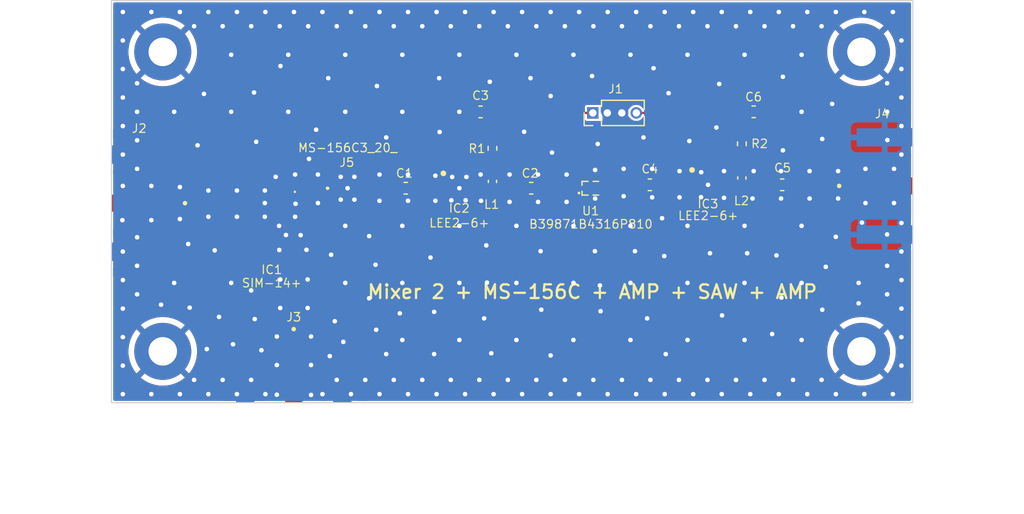
<source format=kicad_pcb>
(kicad_pcb (version 20211014) (generator pcbnew)
  (layers (0 "F.Cu" signal) (31 "B.Cu" signal) (34 "B.Paste" user) (35 "F.Paste" user) (36 "B.SilkS" user "B.Silkscreen") (37 "F.SilkS" user "F.Silkscreen") (38 "B.Mask" user) (39 "F.Mask" user) (44 "Edge.Cuts" user))
  (net 0 "")
  (net 1 "/MS_out")
  (net 2 "/amp1_in")
  (net 3 "/amp1_out")
  (net 4 "/SAW_in")
  (net 5 "GND")
  (net 6 "/Vdd_amp1")
  (net 7 "/SAW_out")
  (net 8 "/amp2_in")
  (net 9 "/amp2_out")
  (net 10 "/RF_out")
  (net 11 "/Vdd_amp2")
  (net 12 "/IF")
  (net 13 "/RF")
  (net 14 "/LO")
  (net 15 "/DC1")
  (net 16 "/DC2")
  (footprint "Mixer_2_Library:B39871B4316P810" (layer "F.Cu") (at 171.5 81.7)
    (fp_text reference "U1")
    (fp_text value "B39871B4316P810")
  )
  (footprint "MountingHole:MountingHole_2.5mm_Pad" (layer "F.Cu") (at 195.25 69.75)
    (fp_text reference "H2" hide)
    (fp_text value "M2.5")
  )
  (footprint "Capacitor_SMD:C_0603_1608Metric_Pad1.08x0.95mm_HandSolder" (layer "F.Cu") (at 155.3 81.7)
    (fp_text reference "C1")
    (fp_text value "2400 pF")
  )
  (footprint "Capacitor_SMD:C_0603_1608Metric_Pad1.08x0.95mm_HandSolder" (layer "F.Cu") (at 185.8 75 180)
    (fp_text reference "C6")
    (fp_text value "0.1 uF")
  )
  (footprint "Resistor_SMD:R_0402_1005Metric_Pad0.72x0.64mm_HandSolder" (layer "F.Cu") (at 184.7625 77.8 -90)
    (fp_text reference "R2")
    (fp_text value "88.7")
  )
  (footprint "Capacitor_SMD:C_0603_1608Metric_Pad1.08x0.95mm_HandSolder" (layer "F.Cu") (at 188.3 81.4)
    (fp_text reference "C5")
    (fp_text value "2400 pF")
  )
  (footprint "Inductor_SMD:L_0402_1005Metric_Pad0.77x0.64mm_HandSolder" (layer "F.Cu") (at 184.7625 80.8 -90)
    (fp_text reference "L2")
    (fp_text value "120 nH")
  )
  (footprint "SamacSys_Parts:MS156C320" (layer "F.Cu") (at 150.2 81.7)
    (fp_text reference "J5")
    (fp_text value "MS-156C3_20_")
  )
  (footprint "Capacitor_SMD:C_0603_1608Metric_Pad1.08x0.95mm_HandSolder" (layer "F.Cu") (at 166.3 81.7)
    (fp_text reference "C2")
    (fp_text value "2400 pF")
  )
  (footprint "Connector_PinHeader_1.27mm:PinHeader_1x04_P1.27mm_Vertical" (layer "F.Cu") (at 171.7 75.1 90)
    (fp_text reference "J1")
    (fp_text value "Conn_01x04")
  )
  (footprint "GGS_Connectors:LINX_CONSMA020.062-G" (layer "F.Cu") (at 129.5075 83.01 -90)
    (fp_text reference "J2")
    (fp_text value "SMA")
  )
  (footprint "MountingHole:MountingHole_2.5mm_Pad" (layer "F.Cu") (at 134 69.75)
    (fp_text reference "H1" hide)
    (fp_text value "M2.5")
  )
  (footprint "MountingHole:MountingHole_2.5mm_Pad" (layer "F.Cu") (at 195.25 96)
    (fp_text reference "H4" hide)
    (fp_text value "M2.5")
  )
  (footprint "SamacSys_Parts:SON65P200X200X105-7N" (layer "F.Cu") (at 181.8 81.4)
    (fp_text reference "IC3")
    (fp_text value "LEE2-6+")
  )
  (footprint "SamacSys_Parts:SIM14" (layer "F.Cu") (at 143.58 85.07 180)
    (fp_text reference "IC1")
    (fp_text value "SIM-14+")
  )
  (footprint "Capacitor_SMD:C_0603_1608Metric_Pad1.08x0.95mm_HandSolder" (layer "F.Cu") (at 176.7 81.4)
    (fp_text reference "C4")
    (fp_text value "2400 pF")
  )
  (footprint "GGS_Connectors:LINX_CONSMA020.062-G" (layer "F.Cu") (at 199.7325 81.5 90)
    (fp_text reference "J4")
    (fp_text value "SMA")
  )
  (footprint "Resistor_SMD:R_0402_1005Metric_Pad0.72x0.64mm_HandSolder" (layer "F.Cu") (at 162.9 78.2 -90)
    (fp_text reference "R1")
    (fp_text value "88.7")
  )
  (footprint "GGS_Connectors:LINX_CONSMA020.062-G" (layer "F.Cu") (at 145.48 100.4925)
    (fp_text reference "J3")
    (fp_text value "SMA")
  )
  (footprint "Capacitor_SMD:C_0603_1608Metric_Pad1.08x0.95mm_HandSolder" (layer "F.Cu") (at 161.86 75.01)
    (fp_text reference "C3")
    (fp_text value "0.1 uF")
  )
  (footprint "Inductor_SMD:L_0402_1005Metric_Pad0.77x0.64mm_HandSolder" (layer "F.Cu") (at 162.9 81.1 -90)
    (fp_text reference "L1")
    (fp_text value "120 nH")
  )
  (footprint "MountingHole:MountingHole_2.5mm_Pad" (layer "F.Cu") (at 134 96)
    (fp_text reference "H3" hide)
    (fp_text value "M2.5")
  )
  (footprint "SamacSys_Parts:SON65P200X200X105-7N" (layer "F.Cu") (at 160 81.7)
    (fp_text reference "IC2")
    (fp_text value "LEE2-6+")
  )
  (gr_rect (start 129.5 100.5) (end 199.75 65.25) (layer "Edge.Cuts") (width 0.1) (fill none))
  (gr_text "Mixer 2 + MS-156C + AMP + SAW + AMP" (at 171.66 90.78) (layer "F.SilkS") (effects (font (size 1.2 1.2) (thickness 0.2))))
  (segment (start 154.396095 81.658595) (end 151.74 81.658595) (width 0.843788) (layer "F.Cu") (net 1))
  (segment (start 154.4375 81.7) (end 154.396095 81.658595) (width 0.843788) (layer "F.Cu") (net 1))
  (segment (start 156.1625 81.7) (end 158.23 81.7) (width 0.843788) (layer "F.Cu") (net 2))
  (segment (start 165.4375 81.7) (end 161.77 81.7) (width 0.843788) (layer "F.Cu") (net 3))
  (segment (start 165.2625 81.7) (end 165.230489 81.732011) (width 0.665) (layer "F.Cu") (net 3))
  (segment (start 167.1625 81.7) (end 170.69 81.7) (width 0.843788) (layer "F.Cu") (net 4))
  (segment (start 180.7 80.3) (end 180.72 80.28) (width 0.843788) (layer "F.Cu") (net 5))
  (segment (start 130.18 76.74) (end 130.58 76.74) (width 0.843788) (layer "F.Cu") (net 5))
  (segment (start 182.34 80.41) (end 182.42 80.33) (width 0.843788) (layer "F.Cu") (net 5))
  (segment (start 198.38 86.73) (end 194.72 86.73) (width 0.843788) (layer "F.Cu") (net 5))
  (segment (start 150.62 83.38) (end 151.23 83.38) (width 0.843788) (layer "F.Cu") (net 5))
  (segment (start 142.945 85.5) (end 142.05 85.5) (width 0.843788) (layer "F.Cu") (net 5))
  (segment (start 134.39 77.72) (end 134.7 78.03) (width 0.843788) (layer "F.Cu") (net 5))
  (segment (start 178.11 77.56) (end 179.2 77.56) (width 0.843788) (layer "F.Cu") (net 5))
  (segment (start 198.75 78.75) (end 198.75 78.7075) (width 0.843788) (layer "F.Cu") (net 5))
  (segment (start 149.74 95.81) (end 149.26 95.33) (width 0.843788) (layer "F.Cu") (net 5))
  (segment (start 157.9 82.8) (end 158.8 82.8) (width 0.843788) (layer "F.Cu") (net 5))
  (segment (start 158.27 78.77) (end 159.64 80.14) (width 0.843788) (layer "F.Cu") (net 5))
  (segment (start 198.75 78.7075) (end 197.52125 77.47875) (width 0.843788) (layer "F.Cu") (net 5))
  (segment (start 171.23 83.24) (end 172.07 82.4) (width 0.843788) (layer "F.Cu") (net 5))
  (segment (start 130.18 80.6) (end 130.18 79.5) (width 0.843788) (layer "F.Cu") (net 5))
  (segment (start 142.945 85.5) (end 142.5 85.5) (width 0.843788) (layer "F.Cu") (net 5))
  (segment (start 140.83 87.79) (end 141.05 88.01) (width 0.843788) (layer "F.Cu") (net 5))
  (segment (start 140.83 86.44) (end 141.505 87.115) (width 0.843788) (layer "F.Cu") (net 5))
  (segment (start 131.9575 87.27) (end 131.9575 86.6275) (width 0.843788) (layer "F.Cu") (net 5))
  (segment (start 131.9575 78.75) (end 131.89 78.75) (width 0.843788) (layer "F.Cu") (net 5))
  (segment (start 143.82 85.5) (end 144.268595 85.948595) (width 0.843788) (layer "F.Cu") (net 5))
  (segment (start 171.58 80.1) (end 171.9 80.1) (width 0.843788) (layer "F.Cu") (net 5))
  (segment (start 198.75 87.25) (end 198.38 86.88) (width 0.843788) (layer "F.Cu") (net 5))
  (segment (start 180 85) (end 181.81 85) (width 0.843788) (layer "F.Cu") (net 5))
  (segment (start 159.37 80.71) (end 160.62 80.71) (width 0.843788) (layer "F.Cu") (net 5))
  (segment (start 131.89 78.75) (end 131.02 77.88) (width 0.843788) (layer "F.Cu") (net 5))
  (segment (start 145.64 83.06) (end 145.64 82.91) (width 0.843788) (layer "F.Cu") (net 5))
  (segment (start 131.43 86.1) (end 134.21 86.1) (width 0.843788) (layer "F.Cu") (net 5))
  (segment (start 144.215 87.115) (end 144.215 88.425) (width 0.843788) (layer "F.Cu") (net 5))
  (segment (start 141.53 85.5) (end 140.83 86.2) (width 0.843788) (layer "F.Cu") (net 5))
  (segment (start 143.51 87.78) (end 143.65 87.78) (width 0.843788) (layer "F.Cu") (net 5))
  (segment (start 160 83.31) (end 159.45 82.76) (width 0.843788) (layer "F.Cu") (net 5))
  (segment (start 145.43 85.27) (end 145.43 85.29) (width 0.843788) (layer "F.Cu") (net 5))
  (segment (start 149.375 82.825) (end 149.16 83.04) (width 0.843788) (layer "F.Cu") (net 5))
  (segment (start 183 82.5) (end 182.96 82.54) (width 0.843788) (layer "F.Cu") (net 5))
  (segment (start 148.61 83.04) (end 148.91 83.34) (width 0.843788) (layer "F.Cu") (net 5))
  (segment (start 198.75 78.75) (end 197.88 78.75) (width 0.843788) (layer "F.Cu") (net 5))
  (segment (start 144.215 87.115) (end 144.215 86.00219) (width 0.843788) (layer "F.Cu") (net 5))
  (segment (start 170.31 80.6) (end 171.08 80.6) (width 0.843788) (layer "F.Cu") (net 5))
  (segment (start 180.93 77.56) (end 183.68 80.31) (width 0.843788) (layer "F.Cu") (net 5))
  (segment (start 148.91 83.34) (end 149.75 83.34) (width 0.843788) (layer "F.Cu") (net 5))
  (segment (start 182.36 82.48) (end 182.35 82.47) (width 0.843788) (layer "F.Cu") (net 5))
  (segment (start 173.66 75.53) (end 174.03 75.9) (width 0.843788) (layer "F.Cu") (net 5))
  (segment (start 179.3 80.3) (end 180.7 80.3) (width 0.843788) (layer "F.Cu") (net 5))
  (segment (start 146.58 85.29) (end 146.37 85.5) (width 0.843788) (layer "F.Cu") (net 5))
  (segment (start 142.63 88.08) (end 143.21 88.08) (width 0.843788) (layer "F.Cu") (net 5))
  (segment (start 187.46 74.58) (end 187.12 74.24) (width 0.843788) (layer "F.Cu") (net 5))
  (segment (start 131.9575 86.6275) (end 131.43 86.1) (width 0.843788) (layer "F.Cu") (net 5))
  (segment (start 171.825 81.985) (end 171.5 82.31) (width 0.25) (layer "F.Cu") (net 5))
  (segment (start 130.17 88.97) (end 130.17 88.41) (width 0.843788) (layer "F.Cu") (net 5))
  (segment (start 171.7 83.24) (end 171.23 83.24) (width 0.843788) (layer "F.Cu") (net 5))
  (segment (start 134.7 78.03) (end 134.7 79.6) (width 0.843788) (layer "F.Cu") (net 5))
  (segment (start 140.08 99.13) (end 140.08 95.53) (width 0.843788) (layer "F.Cu") (net 5))
  (segment (start 130.18 78.43) (end 130.5 78.75) (width 0.843788) (layer "F.Cu") (net 5))
  (segment (start 149.16 83.04) (end 148.61 83.04) (width 0.843788) (layer "F.Cu") (net 5))
  (segment (start 194.59 86.72) (end 194.59 84.71) (width 0.843788) (layer "F.Cu") (net 5))
  (segment (start 198.38 86.88) (end 198.38 86.73) (width 0.843788) (layer "F.Cu") (net 5))
  (segment (start 195.29 84.71) (end 198.71 84.71) (width 0.843788) (layer "F.Cu") (net 5))
  (segment (start 149.74 98.0525) (end 149.74 95.81) (width 0.843788) (layer "F.Cu") (net 5))
  (segment (start 159.48 80.6) (end 157.9 80.6) (width 0.843788) (layer "F.Cu") (net 5))
  (segment (start 197.88 78.75) (end 197.39 78.26) (width 0.843788) (layer "F.Cu") (net 5))
  (segment (start 142.5 84.27) (end 142.52 84.29) (width 0.843788) (layer "F.Cu") (net 5))
  (segment (start 150.86 95.72) (end 150.86 99.39) (width 0.843788) (layer "F.Cu") (net 5))
  (segment (start 158.8 82.8) (end 159 83) (width 0.843788) (layer "F.Cu") (net 5))
  (segment (start 142.21 95.35) (end 142.21 99.51) (width 0.843788) (layer "F.Cu") (net 5))
  (segment (start 141.875 87.115) (end 142.38 86.61) (width 0.843788) (layer "F.Cu") (net 5))
  (segment (start 141.85 84.85) (end 140.77 84.85) (width 0.843788) (layer "F.Cu") (net 5))
  (segment (start 160.335 74.665) (end 160.27 74.6) (width 0.843788) (layer "F.Cu") (net 5))
  (segment (start 146.37 86.1) (end 146.085 85.815) (width 0.843788) (layer "F.Cu") (net 5))
  (segment (start 171.62 82.8) (end 171.88 83.06) (width 0.843788) (layer "F.Cu") (net 5))
  (segment (start 172.31 81.985) (end 171.62 81.985) (width 0.25) (layer "F.Cu") (net 5))
  (segment (start 179.12 82.5) (end 179.3 82.5) (width 0.843788) (layer "F.Cu") (net 5))
  (segment (start 140.93 84.27) (end 142.5 84.27) (width 0.843788) (layer "F.Cu") (net 5))
  (segment (start 186.6625 75) (end 187.15 75) (width 0.843788) (layer "F.Cu") (net 5))
  (segment (start 169.45 78.08) (end 169.45 79.74) (width 0.843788) (layer "F.Cu") (net 5))
  (segment (start 180 77.56) (end 182.87 80.43) (width 0.843788) (layer "F.Cu") (net 5))
  (segment (start 181.46 80.15) (end 181.2 80.41) (width 0.843788) (layer "F.Cu") (net 5))
  (segment (start 130.5 76.42) (end 130.18 76.74) (width 0.843788) (layer "F.Cu") (net 5))
  (segment (start 161.9 82.8) (end 161.44 82.8) (width 0.843788) (layer "F.Cu") (net 5))
  (segment (start 151.525 80.575) (end 151.8 80.3) (width 0.843788) (layer "F.Cu") (net 5))
  (segment (start 162.5 82.8) (end 161.9 82.8) (width 0.843788) (layer "F.Cu") (net 5))
  (segment (start 140.82 84.27) (end 140.93 84.27) (width 0.843788) (layer "F.Cu") (net 5))
  (segment (start 143.21 88.08) (end 143.51 87.78) (width 0.843788) (layer "F.Cu") (net 5))
  (segment (start 134.21 86.1) (end 134.72 86.61) (width 0.843788) (layer "F.Cu") (net 5))
  (segment (start 131.9575 87.27) (end 131.91 87.27) (width 0.843788) (layer "F.Cu") (net 5))
  (segment (start 142.38 86.61) (end 143.62 86.61) (width 0.843788) (layer "F.Cu") (net 5))
  (segment (start 160 85) (end 160 83.31) (width 0.843788) (layer "F.Cu") (net 5))
  (segment (start 182.99 80.31) (end 182.87 80.43) (width 0.843788) (layer "F.Cu") (net 5))
  (segment (start 130.5 89.75) (end 130.5 89.3) (width 0.843788) (layer "F.Cu") (net 5))
  (segment (start 178.11 77.56) (end 178.11 79.11) (width 0.843788) (layer "F.Cu") (net 5))
  (segment (start 183.68 80.31) (end 182.99 80.31) (width 0.843788) (layer "F.Cu") (net 5))
  (segment (start 145.64 82.91) (end 146.63 82.91) (width 0.843788) (layer "F.Cu") (net 5))
  (segment (start 144.268595 85.948595) (end 146.37 85.948595) (width 0.843788) (layer "F.Cu") (net 5))
  (segment (start 146.04 84.66) (end 146.04 83.82) (width 0.843788) (layer "F.Cu") (net 5))
  (segment (start 140.5 99.75) (end 140.5 99.55) (width 0.843788) (layer "F.Cu") (net 5))
  (segment (start 150.2 82.89) (end 150.2 82.49) (width 0.843788) (layer "F.Cu") (net 5))
  (segment (start 171.88 83.06) (end 171.7 83.24) (width 0.843788) (layer "F.Cu") (net 5))
  (segment (start 130.35 79.67) (end 130.18 79.5) (width 0.843788) (layer "F.Cu") (net 5))
  (segment (start 145.485 83.455) (end 145.64 83.3) (width 0.843788) (layer "F.Cu") (net 5))
  (segment (start 134.72 86.61) (end 134.72 88.13) (width 0.843788) (layer "F.Cu") (net 5))
  (segment (start 155 85) (end 155.26 85) (width 0.843788) (layer "F.Cu") (net 5))
  (segment (start 130.17 88.41) (end 130.17 87.58) (width 0.843788) (layer "F.Cu") (net 5))
  (segment (start 198.69 76.19) (end 198.75 76.25) (width 0.843788) (layer "F.Cu") (net 5))
  (segment (start 198.71 84.71) (end 198.75 84.75) (width 0.843788) (layer "F.Cu") (net 5))
  (segment (start 180 84.84) (end 182.36 82.48) (width 0.843788) (layer "F.Cu") (net 5))
  (segment (start 145.43 85.29) (end 146.58 85.29) (width 0.843788) (layer "F.Cu") (net 5))
  (segment (start 143.65 87.78) (end 143.95 88.08) (width 0.843788) (layer "F.Cu") (net 5))
  (segment (start 158.27 76.76) (end 158.27 76.77) (width 0.843788) (layer "F.Cu") (net 5))
  (segment (start 130.58 76.74) (end 131.9575 78.1175) (width 0.843788) (layer "F.Cu") (net 5))
  (segment (start 131.9575 78.1175) (end 131.9575 78.75) (width 0.843788) (layer "F.Cu") (net 5))
  (segment (start 159 83) (end 161.24 83) (width 0.843788) (layer "F.Cu") (net 5))
  (segment (start 157.9 80.6) (end 157.8 80.6) (width 0.843788) (layer "F.Cu") (net 5))
  (segment (start 131.9575 78.75) (end 131.9575 78.2525) (width 0.843788) (layer "F.Cu") (net 5))
  (segment (start 140.76 84.86) (end 140.77 84.85) (width 0.843788) (layer "F.Cu") (net 5))
  (segment (start 130.5 89.3) (end 130.17 88.97) (width 0.843788) (layer "F.Cu") (net 5))
  (segment (start 160.65 80.68) (end 160.83 80.5) (width 0.843788) (layer "F.Cu") (net 5))
  (segment (start 151.23 83.38) (end 151.61 83) (width 0.843788) (layer "F.Cu") (net 5))
  (segment (start 150.2 82.49) (end 150.62 82.91) (width 0.843788) (layer "F.Cu") (net 5))
  (segment (start 172.97 75.1) (end 173.33 74.74) (width 0.843788) (layer "F.Cu") (net 5))
  (segment (start 160.68 75.01) (end 160.335 74.665) (width 0.843788) (layer "F.Cu") (net 5))
  (segment (start 149.26 95.33) (end 148.91 95.33) (width 0.843788) (layer "F.Cu") (net 5))
  (segment (start 171.08 80.6) (end 171.31 80.37) (width 0.843788) (layer "F.Cu") (net 5))
  (segment (start 160.45 75.77) (end 160.63 75.77) (width 0.843788) (layer "F.Cu") (net 5))
  (segment (start 180.56 82.54) (end 181.13 82.54) (width 0.843788) (layer "F.Cu") (net 5))
  (segment (start 178.11 79.11) (end 179.3 80.3) (width 0.843788) (layer "F.Cu") (net 5))
  (segment (start 142.95 81.631212) (end 142.95 81.41) (width 0.843788) (layer "F.Cu") (net 5))
  (segment (start 150.3 95.26) (end 150.4 95.26) (width 0.843788) (layer "F.Cu") (net 5))
  (segment (start 141.675 87.115) (end 141.505 87.115) (width 0.843788) (layer "F.Cu") (net 5))
  (segment (start 198.75 87.25) (end 198.8 87.25) (width 0.843788) (layer "F.Cu") (net 5))
  (segment (start 172.97 75.1) (end 173.54 75.67) (width 0.843788) (layer "F.Cu") (net 5))
  (segment (start 170.18 82.8) (end 171.62 82.8) (width 0.843788) (layer "F.Cu") (net 5))
  (segment (start 173.3 82.4) (end 173.32 82.42) (width 0.843788) (layer "F.Cu") (net 5))
  (segment (start 147.1 99.82) (end 152.05 99.82) (width 0.843788) (layer "F.Cu") (net 5))
  (segment (start 148.64 96.42) (end 148.64 99.8) (width 0.843788) (layer "F.Cu") (net 5))
  (segment (start 146.59 85.28) (end 146.59 85.21) (width 0.843788) (layer "F.Cu") (net 5))
  (segment (start 144.215 86.00219) (end 144.268595 85.948595) (width 0.843788) (layer "F.Cu") (net 5))
  (segment (start 146.59 85.21) (end 146.04 84.66) (width 0.843788) (layer "F.Cu") (net 5))
  (segment (start 197.52125 77.47875) (end 197.2825 77.24) (width 0.843788) (layer "F.Cu") (net 5))
  (segment (start 181.13 82.54) (end 181.185 82.485) (width 0.843788) (layer "F.Cu") (net 5))
  (segment (start 174.19 75.15) (end 173.66 75.15) (width 0.843788) (layer "F.Cu") (net 5))
  (segment (start 142.945 85.5) (end 143.2 85.5) (width 0.843788) (layer "F.Cu") (net 5))
  (segment (start 187.11 75) (end 187.46 74.65) (width 0.843788) (layer "F.Cu") (net 5))
  (segment (start 173.79 74.65) (end 173.79 74.42) (width 0.843788) (layer "F.Cu") (net 5))
  (segment (start 134.7 79.6) (end 134.63 79.67) (width 0.843788) (layer "F.Cu") (net 5))
  (segment (start 198.75 78.75) (end 199.07 78.75) (width 0.843788) (layer "F.Cu") (net 5))
  (segment (start 150.62 82.91) (end 150.62 83.38) (width 0.843788) (layer "F.Cu") (net 5))
  (segment (start 174.24 75.1) (end 174.19 75.15) (width 0.843788) (layer "F.Cu") (net 5))
  (segment (start 146.04 83.82) (end 146.06 83.8) (width 0.843788) (layer "F.Cu") (net 5))
  (segment (start 153 99.75) (end 152.12 99.75) (width 0.843788) (layer "F.Cu") (net 5))
  (segment (start 199.07 84.07) (end 199.01 84.01) (width 0.843788) (layer "F.Cu") (net 5))
  (segment (start 181.46 79.82) (end 181.46 80.15) (width 0.843788) (layer "F.Cu") (net 5))
  (segment (start 142.63 87.97) (end 142.63 88.08) (width 0.843788) (layer "F.Cu") (net 5))
  (segment (start 169.45 79.74) (end 170.31 80.6) (width 0.843788) (layer "F.Cu") (net 5))
  (segment (start 142.945 82.955) (end 142.945 81.636212) (width 0.843788) (layer "F.Cu") (net 5))
  (segment (start 173.54 75.67) (end 173.54 76.05) (width 0.843788) (layer "F.Cu") (net 5))
  (segment (start 160.62 74.25) (end 160.27 74.6) (width 0.843788) (layer "F.Cu") (net 5))
  (segment (start 130.5 76.25) (end 130.5 77.21) (width 0.843788) (layer "F.Cu") (net 5))
  (segment (start 149.74 95.82) (end 150.3 95.26) (width 0.843788) (layer "F.Cu") (net 5))
  (segment (start 194.6 76.19) (end 198.69 76.19) (width 0.843788) (layer "F.Cu") (net 5))
  (segment (start 199.07 87.52) (end 199.07 84.07) (width 0.843788) (layer "F.Cu") (net 5))
  (segment (start 194.59 78.26) (end 194.59 76.2) (width 0.843788) (layer "F.Cu") (net 5))
  (segment (start 130.18 86.44) (end 130.21 86.47) (width 0.843788) (layer "F.Cu") (net 5))
  (segment (start 180.52 82.5) (end 180.56 82.54) (width 0.843788) (layer "F.Cu") (net 5))
  (segment (start 197.39 78.26) (end 194.59 78.26) (width 0.843788) (layer "F.Cu") (net 5))
  (segment (start 160.55 82.76) (end 160.56 82.77) (width 0.843788) (layer "F.Cu") (net 5))
  (segment (start 194.72 86.73) (end 194.66 86.79) (width 0.843788) (layer "F.Cu") (net 5))
  (segment (start 131.9575 78.2525) (end 132.49 77.72) (width 0.843788) (layer "F.Cu") (net 5))
  (segment (start 171.31 80.37) (end 171.58 80.1) (width 0.843788) (layer "F.Cu") (net 5))
  (segment (start 130.18 79.07) (end 130.5 78.75) (width 0.843788) (layer "F.Cu") (net 5))
  (segment (start 194.66 86.79) (end 194.59 86.72) (width 0.843788) (layer "F.Cu") (net 5))
  (segment (start 187.15 75.8) (end 187.12 75.8) (width 0.843788) (layer "F.Cu") (net 5))
  (segment (start 171.5 81.865) (end 171.5 81.09) (width 0.25) (layer "F.Cu") (net 5))
  (segment (start 150.32 80.33) (end 148.54 80.33) (width 0.843788) (layer "F.Cu") (net 5))
  (segment (start 159.64 80.44) (end 159.37 80.71) (width 0.843788) (layer "F.Cu") (net 5))
  (segment (start 180 85) (end 180 84.84) (width 0.843788) (layer "F.Cu") (net 5))
  (segment (start 144.7 85.5) (end 142.945 85.5) (width 0.843788) (layer "F.Cu") (net 5))
  (segment (start 149.75 83.34) (end 150.2 82.89) (width 0.843788) (layer "F.Cu") (net 5))
  (segment (start 138 99.75) (end 138.08 99.83) (width 0.843788) (layer "F.Cu") (net 5))
  (segment (start 146.37 85.5) (end 146.37 86.1) (width 0.843788) (layer "F.Cu") (net 5))
  (segment (start 130.18 79.5) (end 130.18 79.07) (width 0.843788) (layer "F.Cu") (net 5))
  (segment (start 199.07 78.75) (end 199.08 78.76) (width 0.843788) (layer "F.Cu") (net 5))
  (segment (start 146.58 85.29) (end 146.59 85.28) (width 0.843788) (layer "F.Cu") (net 5))
  (segment (start 172.97 75.1) (end 173.26 74.81) (width 0.843788) (layer "F.Cu") (net 5))
  (segment (start 194.59 84.71) (end 195.29 84.71) (width 0.843788) (layer "F.Cu") (net 5))
  (segment (start 184.31 82.5) (end 183 82.5) (width 0.843788) (layer "F.Cu") (net 5))
  (segment (start 131.91 87.27) (end 130.18 85.54) (width 0.843788) (layer "F.Cu") (net 5))
  (segment (start 186.6625 75) (end 187.11 75) (width 0.843788) (layer "F.Cu") (net 5))
  (segment (start 170 82.98) (end 170.18 82.8) (width 0.843788) (layer "F.Cu") (net 5))
  (segment (start 150.86 99.39) (end 150.5 99.75) (width 0.843788) (layer "F.Cu") (net 5))
  (segment (start 180.16 77.56) (end 180.93 77.56) (width 0.843788) (layer "F.Cu") (net 5))
  (segment (start 173.3 82.4) (end 172.07 82.4) (width 0.843788) (layer "F.Cu") (net 5))
  (segment (start 187.15 75) (end 187.55 75.4) (width 0.843788) (layer "F.Cu") (net 5))
  (segment (start 158.27 76.77) (end 158.27 78.77) (width 0.843788) (layer "F.Cu") (net 5))
  (segment (start 159.64 80.44) (end 159.48 80.6) (width 0.843788) (layer "F.Cu") (net 5))
  (segment (start 146.63 82.91) (end 146.66 82.94) (width 0.843788) (layer "F.Cu") (net 5))
  (segment (start 171.5 82.31) (end 171.5 81.09) (width 0.25) (layer "F.Cu") (net 5))
  (segment (start 160.67 75.01) (end 160.18 75.5) (width 0.843788) (layer "F.Cu") (net 5))
  (segment (start 155.26 85) (end 157.46 82.8) (width 0.843788) (layer "F.Cu") (net 5))
  (segment (start 180 83.38) (end 179.12 82.5) (width 0.843788) (layer "F.Cu") (net 5))
  (segment (start 160.62 80.71) (end 160.65 80.68) (width 0.843788) (layer "F.Cu") (net 5))
  (segment (start 144.215 87.115) (end 141.675 87.115) (width 0.843788) (layer "F.Cu") (net 5))
  (segment (start 194.59 76.2) (end 194.6 76.19) (width 0.843788) (layer "F.Cu") (net 5))
  (segment (start 134.72 88.13) (end 134.44 88.41) (width 0.843788) (layer "F.Cu") (net 5))
  (segment (start 145.77 85.5) (end 144.7 85.5) (width 0.843788) (layer "F.Cu") (net 5))
  (segment (start 140.5 99.55) (end 140.08 99.13) (width 0.843788) (layer "F.Cu") (net 5))
  (segment (start 170 85) (end 170 82.98) (width 0.843788) (layer "F.Cu") (net 5))
  (segment (start 178.11 77.56) (end 180.16 77.56) (width 0.843788) (layer "F.Cu") (net 5))
  (segment (start 199.08 78.76) (end 199.08 75.58) (width 0.843788) (layer "F.Cu") (net 5))
  (segment (start 151.8 80.3) (end 150.35 80.3) (width 0.843788) (layer "F.Cu") (net 5))
  (segment (start 148.64 99.8) (end 148.63 99.81) (width 0.843788) (layer "F.Cu") (net 5))
  (segment (start 171.62 81.985) (end 171.5 81.865) (width 0.25) (layer "F.Cu") (net 5))
  (segment (start 151.025 80.575) (end 151.525 80.575) (width 0.843788) (layer "F.Cu") (net 5))
  (segment (start 172.31 81.985) (end 171.825 81.985) (width 0.25) (layer "F.Cu") (net 5))
  (segment (start 144.215 88.425) (end 144.21 88.43) (width 0.843788) (layer "F.Cu") (net 5))
  (segment (start 140.26 95.35) (end 142.21 95.35) (width 0.843788) (layer "F.Cu") (net 5))
  (segment (start 145.23 85.07) (end 145.43 85.27) (width 0.843788) (layer "F.Cu") (net 5))
  (segment (start 160.18 75.5) (end 160.45 75.77) (width 0.843788) (layer "F.Cu") (net 5))
  (segment (start 142.945 83.455) (end 142.945 82.955) (width 0.843788) (layer "F.Cu") (net 5))
  (segment (start 142.21 99.51) (end 141.89 99.83) (width 0.843788) (layer "F.Cu") (net 5))
  (segment (start 142.5 85.5) (end 141.85 84.85) (width 0.843788) (layer "F.Cu") (net 5))
  (segment (start 150.5 99.75) (end 153 99.75) (width 0.843788) (layer "F.Cu") (net 5))
  (segment (start 159.64 80.14) (end 159.64 80.44) (width 0.843788) (layer "F.Cu") (net 5))
  (segment (start 181.81 85) (end 184.31 82.5) (width 0.843788) (layer "F.Cu") (net 5))
  (segment (start 130.17 87.58) (end 130.5 87.25) (width 0.843788) (layer "F.Cu") (net 5))
  (segment (start 140.83 86.2) (end 140.83 86.44) (width 0.843788) (layer "F.Cu") (net 5))
  (segment (start 140.08 95.53) (end 140.26 95.35) (width 0.843788) (layer "F.Cu") (net 5))
  (segment (start 142.29 87.63) (end 142.63 87.97) (width 0.843788) (layer "F.Cu") (net 5))
  (segment (start 187.46 74.65) (end 187.46 74.58) (width 0.843788) (layer "F.Cu") (net 5))
  (segment (start 142.945 83.455) (end 142.945 84.455) (width 0.843788) (layer "F.Cu") (net 5))
  (segment (start 160.83 80.5) (end 161.86 80.5) (width 0.843788) (layer "F.Cu") (net 5))
  (segment (start 150.35 80.3) (end 150.32 80.33) (width 0.843788) (layer "F.Cu") (net 5))
  (segment (start 143.2 85.5) (end 143.82 85.5) (width 0.843788) (layer "F.Cu") (net 5))
  (segment (start 160.9975 75.01) (end 160.67 75.01) (width 0.843788) (layer "F.Cu") (net 5))
  (segment (start 142.945 81.636212) (end 142.95 81.631212) (width 0.843788) (layer "F.Cu") (net 5))
  (segment (start 173.26 74.81) (end 173.26 74.23) (width 0.843788) (layer "F.Cu") (net 5))
  (segment (start 149.74 98.0525) (end 149.74 95.82) (width 0.843788) (layer "F.Cu") (net 5))
  (segment (start 141.505 87.115) (end 140.83 87.79) (width 0.843788) (layer "F.Cu") (net 5))
  (segment (start 152.05 99.82) (end 152.12 99.75) (width 0.843788) (layer "F.Cu") (net 5))
  (segment (start 142.92 99.83) (end 143 99.75) (width 0.843788) (layer "F.Cu") (net 5))
  (segment (start 161.44 82.8) (end 161.24 83) (width 0.843788) (layer "F.Cu") (net 5))
  (segment (start 134.63 79.67) (end 130.35 79.67) (width 0.843788) (layer "F.Cu") (net 5))
  (segment (start 141.675 87.115) (end 141.875 87.115) (width 0.843788) (layer "F.Cu") (net 5))
  (segment (start 171.9 80.1) (end 172.39 80.1) (width 0.843788) (layer "F.Cu") (net 5))
  (segment (start 159.45 82.76) (end 160.55 82.76) (width 0.843788) (layer "F.Cu") (net 5))
  (segment (start 182.35 82.47) (end 181.2 82.47) (width 0.843788) (layer "F.Cu") (net 5))
  (segment (start 198.8 87.25) (end 199.07 87.52) (width 0.843788) (layer "F.Cu") (net 5))
  (segment (start 141.91 88.01) (end 142.29 87.63) (width 0.843788) (layer "F.Cu") (net 5))
  (segment (start 150.4 95.26) (end 150.86 95.72) (width 0.843788) (layer "F.Cu") (net 5))
  (segment (start 181.185 82.485) (end 181.2 82.47) (width 0.843788) (layer "F.Cu") (net 5))
  (segment (start 174.24 75.1) (end 173.79 74.65) (width 0.843788) (layer "F.Cu") (net 5))
  (segment (start 148.64 95.6) (end 148.64 96.42) (width 0.843788) (layer "F.Cu") (net 5))
  (segment (start 146.085 85.815) (end 145.77 85.5) (width 0.843788) (layer "F.Cu") (net 5))
  (segment (start 150.2 81.7) (end 150.2 82.49) (width 0.843788) (layer "F.Cu") (net 5))
  (segment (start 130.18 85.54) (end 130.18 86.44) (width 0.843788) (layer "F.Cu") (net 5))
  (segment (start 142.945 85.5) (end 141.53 85.5) (width 0.843788) (layer "F.Cu") (net 5))
  (segment (start 132.49 77.72) (end 134.39 77.72) (width 0.843788) (layer "F.Cu") (net 5))
  (segment (start 141.05 88.01) (end 141.91 88.01) (width 0.843788) (layer "F.Cu") (net 5))
  (segment (start 199.08 75.58) (end 198.92 75.42) (width 0.843788) (layer "F.Cu") (net 5))
  (segment (start 179.2 77.56) (end 181.46 79.82) (width 0.843788) (layer "F.Cu") (net 5))
  (segment (start 150.2 80.91) (end 150.2 81.7) (width 0.843788) (layer "F.Cu") (net 5))
  (segment (start 138.08 99.83) (end 141.89 99.83) (width 0.843788) (layer "F.Cu") (net 5))
  (segment (start 181.2 80.41) (end 182.34 80.41) (width 0.843788) (layer "F.Cu") (net 5))
  (segment (start 130.5 76.25) (end 130.5 76.42) (width 0.843788) (layer "F.Cu") (net 5))
  (segment (start 142.945 84.455) (end 142.945 85.5) (width 0.843788) (layer "F.Cu") (net 5))
  (segment (start 157.46 82.8) (end 157.9 82.8) (width 0.843788) (layer "F.Cu") (net 5))
  (segment (start 142.05 85.5) (end 140.82 84.27) (width 0.843788) (layer "F.Cu") (net 5))
  (segment (start 160.9975 75.01) (end 160.68 75.01) (width 0.843788) (layer "F.Cu") (net 5))
  (segment (start 141.89 99.83) (end 142.92 99.83) (width 0.843788) (layer "F.Cu") (net 5))
  (segment (start 130.43 77.86) (end 130.72 77.57) (width 0.843788) (layer "F.Cu") (net 5))
  (segment (start 148.91 95.33) (end 148.64 95.6) (width 0.843788) (layer "F.Cu") (net 5))
  (segment (start 134.44 88.41) (end 130.17 88.41) (width 0.843788) (layer "F.Cu") (net 5))
  (segment (start 187.55 75.4) (end 187.15 75.8) (width 0.843788) (layer "F.Cu") (net 5))
  (segment (start 179.3 82.5) (end 180.52 82.5) (width 0.843788) (layer "F.Cu") (net 5))
  (segment (start 173.66 75.15) (end 173.66 75.53) (width 0.843788) (layer "F.Cu") (net 5))
  (segment (start 145.64 83.3) (end 145.64 83.06) (width 0.843788) (layer "F.Cu") (net 5))
  (segment (start 130.18 76.74) (end 130.18 78.43) (width 0.843788) (layer "F.Cu") (net 5))
  (via (at 197.5 91) (size 0.8) (drill 0.4) (layers "F.Cu" "B.Cu") (net 5))
  (via (at 142 73.31) (size 0.8) (drill 0.4) (layers "F.Cu" "B.Cu") (net 5))
  (via (at 149.6 80.7) (size 0.8) (drill 0.4) (layers "F.Cu" "B.Cu") (net 5))
  (via (at 164.25 67.5) (size 0.8) (drill 0.4) (layers "F.Cu" "B.Cu") (net 5))
  (via (at 157.79 92.54) (size 0.8) (drill 0.4) (layers "F.Cu" "B.Cu") (net 5))
  (via (at 171.75 98.5) (size 0.8) (drill 0.4) (layers "F.Cu" "B.Cu") (net 5))
  (via (at 169.4 82.9) (size 0.8) (drill 0.4) (layers "F.Cu" "B.Cu") (net 5))
  (via (at 137.86 95.8) (size 0.8) (drill 0.4) (layers "F.Cu" "B.Cu") (net 5))
  (via (at 155.5 80.5) (size 0.8) (drill 0.4) (layers "F.Cu" "B.Cu") (net 5))
  (via (at 168 96.36) (size 0.8) (drill 0.4) (layers "F.Cu" "B.Cu") (net 5))
  (via (at 198.1 80) (size 0.8) (drill 0.4) (layers "F.Cu" "B.Cu") (net 5))
  (via (at 160.55 82.76) (size 0.8) (drill 0.4) (layers "F.Cu" "B.Cu") (net 5))
  (via (at 185.7 82.6) (size 0.8) (drill 0.4) (layers "F.Cu" "B.Cu") (net 5))
  (via (at 178.34 73.37) (size 0.8) (drill 0.4) (layers "F.Cu" "B.Cu") (net 5))
  (via (at 176.9 80) (size 0.8) (drill 0.4) (layers "F.Cu" "B.Cu") (net 5))
  (via (at 197.5 85.75) (size 0.8) (drill 0.4) (layers "F.Cu" "B.Cu") (net 5))
  (via (at 182.78 72.56) (size 0.8) (drill 0.4) (layers "F.Cu" "B.Cu") (net 5))
  (via (at 168 66.25) (size 0.8) (drill 0.4) (layers "F.Cu" "B.Cu") (net 5))
  (via (at 155.5 82.8) (size 0.8) (drill 0.4) (layers "F.Cu" "B.Cu") (net 5))
  (via (at 178.09 96.24) (size 0.8) (drill 0.4) (layers "F.Cu" "B.Cu") (net 5))
  (via (at 166.9 82.9) (size 0.8) (drill 0.4) (layers "F.Cu" "B.Cu") (net 5))
  (via (at 198 99.75) (size 0.8) (drill 0.4) (layers "F.Cu" "B.Cu") (net 5))
  (via (at 176.9 82.5) (size 0.8) (drill 0.4) (layers "F.Cu" "B.Cu") (net 5))
  (via (at 133 84.5) (size 0.8) (drill 0.4) (layers "F.Cu" "B.Cu") (net 5))
  (via (at 143.9 80.7) (size 0.8) (drill 0.4) (layers "F.Cu" "B.Cu") (net 5))
  (via (at 142.65 95.9) (size 0.8) (drill 0.4) (layers "F.Cu" "B.Cu") (net 5))
  (via (at 169.25 67.5) (size 0.8) (drill 0.4) (layers "F.Cu" "B.Cu") (net 5))
  (via (at 155 95) (size 0.8) (drill 0.4) (layers "F.Cu" "B.Cu") (net 5))
  (via (at 130.5 92.25) (size 0.8) (drill 0.4) (layers "F.Cu" "B.Cu") (net 5))
  (via (at 195.5 66.25) (size 0.8) (drill 0.4) (layers "F.Cu" "B.Cu") (net 5))
  (via (at 144.3 89.7) (size 0.8) (drill 0.4) (layers "F.Cu" "B.Cu") (net 5))
  (via (at 198.75 89.75) (size 0.8) (drill 0.4) (layers "F.Cu" "B.Cu") (net 5))
  (via (at 159.25 98.5) (size 0.8) (drill 0.4) (layers "F.Cu" "B.Cu") (net 5))
  (via (at 144.32 70.99) (size 0.8) (drill 0.4) (layers "F.Cu" "B.Cu") (net 5))
  (via (at 130.5 97.25) (size 0.8) (drill 0.4) (layers "F.Cu" "B.Cu") (net 5))
  (via (at 137.05 77.94) (size 0.8) (drill 0.4) (layers "F.Cu" "B.Cu") (net 5))
  (via (at 160 81.7) (size 0.8) (drill 0.4) (layers "F.Cu" "B.Cu") (net 5))
  (via (at 140.5 81.9) (size 0.8) (drill 0.4) (layers "F.Cu" "B.Cu") (net 5))
  (via (at 147.45 76.57) (size 0.8) (drill 0.4) (layers "F.Cu" "B.Cu") (net 5))
  (via (at 181.2 80.3) (size 0.8) (drill 0.4) (layers "F.Cu" "B.Cu") (net 5))
  (via (at 167.18 92.35) (size 0.8) (drill 0.4) (layers "F.Cu" "B.Cu") (net 5))
  (via (at 190 95) (size 0.8) (drill 0.4) (layers "F.Cu" "B.Cu") (net 5))
  (via (at 165 95) (size 0.8) (drill 0.4) (layers "F.Cu" "B.Cu") (net 5))
  (via (at 164.4 82.9) (size 0.8) (drill 0.4) (layers "F.Cu" "B.Cu") (net 5))
  (via (at 145.6 84.2) (size 0.8) (drill 0.4) (layers "F.Cu" "B.Cu") (net 5))
  (via (at 146.6 87.1) (size 0.8) (drill 0.4) (layers "F.Cu" "B.Cu") (net 5))
  (via (at 155.5 99.75) (size 0.8) (drill 0.4) (layers "F.Cu" "B.Cu") (net 5))
  (via (at 153 99.75) (size 0.8) (drill 0.4) (layers "F.Cu" "B.Cu") (net 5))
  (via (at 149.25 98.5) (size 0.8) (drill 0.4) (layers "F.Cu" "B.Cu") (net 5))
  (via (at 195.6 80) (size 0.8) (drill 0.4) (layers "F.Cu" "B.Cu") (net 5))
  (via (at 136.23 86.59) (size 0.8) (drill 0.4) (layers "F.Cu" "B.Cu") (net 5))
  (via (at 188.2 82.6) (size 0.8) (drill 0.4) (layers "F.Cu" "B.Cu") (net 5))
  (via (at 180.5 66.25) (size 0.8) (drill 0.4) (layers "F.Cu" "B.Cu") (net 5))
  (via (at 183 66.25) (size 0.8) (drill 0.4) (layers "F.Cu" "B.Cu") (net 5))
  (via (at 159.37 80.71) (size 0.8) (drill 0.4) (layers "F.Cu" "B.Cu") (net 5))
  (via (at 153.59 96.24) (size 0.8) (drill 0.4) (layers "F.Cu" "B.Cu") (net 5))
  (via (at 188.36 78.38) (size 0.8) (drill 0.4) (layers "F.Cu" "B.Cu") (net 5))
  (via (at 140 70) (size 0.8) (drill 0.4) (layers "F.Cu" "B.Cu") (net 5))
  (via (at 180 70) (size 0.8) (drill 0.4) (layers "F.Cu" "B.Cu") (net 5))
  (via (at 177.96 87.65) (size 0.8) (drill 0.4) (layers "F.Cu" "B.Cu") (net 5))
  (via (at 168 99.75) (size 0.8) (drill 0.4) (layers "F.Cu" "B.Cu") (net 5))
  (via (at 191.75 67.5) (size 0.8) (drill 0.4) (layers "F.Cu" "B.Cu") (net 5))
  (via (at 181.185 82.485) (size 0.8) (drill 0.4) (layers "F.Cu" "B.Cu") (net 5))
  (via (at 138.93 92.98) (size 0.8) (drill 0.4) (layers "F.Cu" "B.Cu") (net 5))
  (via (at 192.68 74.31) (size 0.8) (drill 0.4) (layers "F.Cu" "B.Cu") (net 5))
  (via (at 171.9 80.1) (size 0.8) (drill 0.4) (layers "F.Cu" "B.Cu") (net 5))
  (via (at 198.75 73.75) (size 0.8) (drill 0.4) (layers "F.Cu" "B.Cu") (net 5))
  (via (at 193 99.75) (size 0.8) (drill 0.4) (layers "F.Cu" "B.Cu") (net 5))
  (via (at 191.75 98.5) (size 0.8) (drill 0.4) (layers "F.Cu" "B.Cu") (net 5))
  (via (at 131.75 88.5) (size 0.8) (drill 0.4) (layers "F.Cu" "B.Cu") (net 5))
  (via (at 172.38 92.48) (size 0.8) (drill 0.4) (layers "F.Cu" "B.Cu") (net 5))
  (via (at 193.2 82.6) (size 0.8) (drill 0.4) (layers "F.Cu" "B.Cu") (net 5))
  (via (at 165 85) (size 0.8) (drill 0.4) (layers "F.Cu" "B.Cu") (net 5))
  (via (at 173 99.75) (size 0.8) (drill 0.4) (layers "F.Cu" "B.Cu") (net 5))
  (via (at 170 85) (size 0.8) (drill 0.4) (layers "F.Cu" "B.Cu") (net 5))
  (via (at 130.5 99.75) (size 0.8) (drill 0.4) (layers "F.Cu" "B.Cu") (net 5))
  (via (at 147 94.7) (size 0.8) (drill 0.4) (layers "F.Cu" "B.Cu") (net 5))
  (via (at 135 90) (size 0.8) (drill 0.4) (layers "F.Cu" "B.Cu") (net 5))
  (via (at 150.5 99.75) (size 0.8) (drill 0.4) (layers "F.Cu" "B.Cu") (net 5))
  (via (at 165 90) (size 0.8) (drill 0.4) (layers "F.Cu" "B.Cu") (net 5))
  (via (at 149.08 93.36) (size 0.8) (drill 0.4) (layers "F.Cu" "B.Cu") (net 5))
  (via (at 195 91.79) (size 0.8) (drill 0.4) (layers "F.Cu" "B.Cu") (net 5))
  (via (at 133.85 91.91) (size 0.8) (drill 0.4) (layers "F.Cu" "B.Cu") (net 5))
  (via (at 190.5 99.75) (size 0.8) (drill 0.4) (layers "F.Cu" "B.Cu") (net 5))
  (via (at 190 75) (size 0.8) (drill 0.4) (layers "F.Cu" "B.Cu") (net 5))
  (via (at 142.95 81.9) (size 0.8) (drill 0.4) (layers "F.Cu" "B.Cu") (net 5))
  (via (at 155 75) (size 0.8) (drill 0.4) (layers "F.Cu" "B.Cu") (net 5))
  (via (at 144.3 92.2) (size 0.8) (drill 0.4) (layers "F.Cu" "B.Cu") (net 5))
  (via (at 143 99.75) (size 0.8) (drill 0.4) (layers "F.Cu" "B.Cu") (net 5))
  (via (at 150 90) (size 0.8) (drill 0.4) (layers "F.Cu" "B.Cu") (net 5))
  (via (at 195 90) (size 0.8) (drill 0.4) (layers "F.Cu" "B.Cu") (net 5))
  (via (at 165 70) (size 0.8) (drill 0.4) (layers "F.Cu" "B.Cu") (net 5))
  (via (at 174.4 80) (size 0.8) (drill 0.4) (layers "F.Cu" "B.Cu") (net 5))
  (via (at 170 95) (size 0.8) (drill 0.4) (layers "F.Cu" "B.Cu") (net 5))
  (via (at 178 66.25) (size 0.8) (drill 0.4) (layers "F.Cu" "B.Cu") (net 5))
  (via (at 135.5 66.25) (size 0.8) (drill 0.4) (layers "F.Cu" "B.Cu") (net 5))
  (via (at 166.75 98.5) (size 0.8) (drill 0.4) (layers "F.Cu" "B.Cu") (net 5))
  (via (at 175.5 66.25) (size 0.8) (drill 0.4) (layers "F.Cu" "B.Cu") (net 5))
  (via (at 175 90) (size 0.8) (drill 0.4) (layers "F.Cu" "B.Cu") (net 5))
  (via (at 180 95) (size 0.8) (drill 0.4) (layers "F.Cu" "B.Cu") (net 5))
  (via (at 169.4 80.5) (size 0.8) (drill 0.4) (layers "F.Cu" "B.Cu") (net 5))
  (via (at 162.42 89.97) (size 0.8) (drill 0.4) (layers "F.Cu" "B.Cu") (net 5))
  (via (at 198 66.25) (size 0.8) (drill 0.4) (layers "F.Cu" "B.Cu") (net 5))
  (via (at 130.5 94.75) (size 0.8) (drill 0.4) (layers "F.Cu" "B.Cu") (net 5))
  (via (at 198.75 92.25) (size 0.8) (drill 0.4) (layers "F.Cu" "B.Cu") (net 5))
  (via (at 146.085 85.815) (size 0.8) (drill 0.4) (layers "F.Cu" "B.Cu") (net 5))
  (via (at 154.78 92.67) (size 0.8) (drill 0.4) (layers "F.Cu" "B.Cu") (net 5))
  (via (at 185 85) (size 0.8) (drill 0.4) (layers "F.Cu" "B.Cu") (net 5))
  (via (at 144.215 87.115) (size 0.8) (drill 0.4) (layers "F.Cu" "B.Cu") (net 5))
  (via (at 159.3 82.76) (size 0.8) (drill 0.4) (layers "F.Cu" "B.Cu") (net 5))
  (via (at 186.75 67.5) (size 0.8) (drill 0.4) (layers "F.Cu" "B.Cu") (net 5))
  (via (at 182.53 76.38) (size 0.8) (drill 0.4) (layers "F.Cu" "B.Cu") (net 5))
  (via (at 178 99.75) (size 0.8) (drill 0.4) (layers "F.Cu" "B.Cu") (net 5))
  (via (at 130.5 81.5) (size 0.8) (drill 0.4) (layers "F.Cu" "B.Cu") (net 5))
  (via (at 153 80.5) (size 0.8) (drill 0.4) (layers "F.Cu" "B.Cu") (net 5))
  (via (at 149.25 67.5) (size 0.8) (drill 0.4) (layers "F.Cu" "B.Cu") (net 5))
  (via (at 158 99.75) (size 0.8) (drill 0.4) (layers "F.Cu" "B.Cu") (net 5))
  (via (at 138 99.75) (size 0.8) (drill 0.4) (layers "F.Cu" "B.Cu") (net 5))
  (via (at 197.5 75) (size 0.8) (drill 0.4) (layers "F.Cu" "B.Cu") (net 5))
  (via (at 150.8 80.7) (size 0.8) (drill 0.4) (layers "F.Cu" "B.Cu") (net 5))
  (via (at 160.5 66.25) (size 0.8) (drill 0.4) (layers "F.Cu" "B.Cu") (net 5))
  (via (at 157.47 87.78) (size 0.8) (drill 0.4) (layers "F.Cu" "B.Cu") (net 5))
  (via (at 174.4 82.4) (size 0.8) (drill 0.4) (layers "F.Cu" "B.Cu") (net 5))
  (via (at 181.97 87.4) (size 0.8) (drill 0.4) (layers "F.Cu" "B.Cu") (net 5))
  (via (at 162.8 96.17) (size 0.8) (drill 0.4) (layers "F.Cu" "B.Cu") (net 5))
  (via (at 160.62 80.71) (size 0.8) (drill 0.4) (layers "F.Cu" "B.Cu") (net 5))
  (via (at 183.2 80.2) (size 0.8) (drill 0.4) (layers "F.Cu" "B.Cu") (net 5))
  (via (at 192.12 88.59) (size 0.8) (drill 0.4) (layers "F.Cu" "B.Cu") (net 5))
  (via (at 144 94.7) (size 0.8) (drill 0.4) (layers "F.Cu" "B.Cu") (net 5))
  (via (at 198.75 97.25) (size 0.8) (drill 0.4) (layers "F.Cu" "B.Cu") (net 5))
  (via (at 184.25 98.5) (size 0.8) (drill 0.4) (layers "F.Cu" "B.Cu") (net 5))
  (via (at 153 66.25) (size 0.8) (drill 0.4) (layers "F.Cu" "B.Cu") (net 5))
  (via (at 183.2 82.54) (size 0.8) (drill 0.4) (layers "F.Cu" "B.Cu") (net 5))
  (via (at 162.17 93.11) (size 0.8) (drill 0.4) (layers "F.Cu" "B.Cu") (net 5))
  (via (at 156.75 98.5) (size 0.8) (drill 0.4) (layers "F.Cu" "B.Cu") (net 5))
  (via (at 141.75 90.66) (size 0.8) (drill 0.4) (layers "F.Cu" "B.Cu") (net 5))
  (via (at 180 85) (size 0.8) (drill 0.4) (layers "F.Cu" "B.Cu") (net 5))
  (via (at 140 90) (size 0.8) (drill 0.4) (layers "F.Cu" "B.Cu") (net 5))
  (via (at 155.5 66.25) (size 0.8) (drill 0.4) (layers "F.Cu" "B.Cu") (net 5))
  (via (at 188.2 80.2) (size 0.8) (drill 0.4) (layers "F.Cu" "B.Cu") (net 5))
  (via (at 186.75 98.5) (size 0.8) (drill 0.4) (layers "F.Cu" "B.Cu") (net 5))
  (via (at 160 95) (size 0.8) (drill 0.4) (layers "F.Cu" "B.Cu") (net 5))
  (via (at 185.5 99.75) (size 0.8) (drill 0.4) (layers "F.Cu" "B.Cu") (net 5))
  (via (at 157.9 80.6) (size 0.8) (drill 0.4) (layers "F.Cu" "B.Cu") (net 5))
  (via (at 171.63 71.87) (size 0.8) (drill 0.4) (layers "F.Cu" "B.Cu") (net 5))
  (via (at 141.75 98.5) (size 0.8) (drill 0.4) (layers "F.Cu" "B.Cu") (net 5))
  (via (at 198.75 78.75) (size 0.8) (drill 0.4) (layers "F.Cu" "B.Cu") (net 5))
  (via (at 190.5 66.25) (size 0.8) (drill 0.4) (layers "F.Cu" "B.Cu") (net 5))
  (via (at 141.75 67.5) (size 0.8) (drill 0.4) (layers "F.Cu" "B.Cu") (net 5))
  (via (at 185 95) (size 0.8) (drill 0.4) (layers "F.Cu" "B.Cu") (net 5))
  (via (at 197.5 88.5) (size 0.8) (drill 0.4) (layers "F.Cu" "B.Cu") (net 5))
  (via (at 179.3 80.2) (size 0.8) (drill 0.4) (layers "F.Cu" "B.Cu") (net 5))
  (via (at 164.4 80.5) (size 0.8) (drill 0.4) (layers "F.Cu" "B.Cu") (net 5))
  (via (at 130.5 73.75) (size 0.8) (drill 0.4) (layers "F.Cu" "B.Cu") (net 5))
  (via (at 188.36 71.93) (size 0.8) (drill 0.4) (layers "F.Cu" "B.Cu") (net 5))
  (via (at 166.9 80.5) (size 0.8) (drill 0.4) (layers "F.Cu" "B.Cu") (net 5))
  (via (at 144.2 85) (size 0.8) (drill 0.4) (layers "F.Cu" "B.Cu") (net 5))
  (via (at 151.75 67.5) (size 0.8) (drill 0.4) (layers "F.Cu" "B.Cu") (net 5))
  (via (at 152.77 72.74) (size 0.8) (drill 0.4) (layers "F.Cu" "B.Cu") (net 5))
  (via (at 171.75 67.5) (size 0.8) (drill 0.4) (layers "F.Cu" "B.Cu") (net 5))
  (via (at 154.25 98.5) (size 0.8) (drill 0.4) (layers "F.Cu" "B.Cu") (net 5))
  (via (at 138 66.25) (size 0.8) (drill 0.4) (layers "F.Cu" "B.Cu") (net 5))
  (via (at 197.52125 77.47875) (size 0.8) (drill 0.4) (layers "F.Cu" "B.Cu") (net 5))
  (via (at 157.9 82.8) (size 0.8) (drill 0.4) (layers "F.Cu" "B.Cu") (net 5))
  (via (at 185.23 87.4) (size 0.8) (drill 0.4) (layers "F.Cu" "B.Cu") (net 5))
  (via (at 175 95) (size 0.8) (drill 0.4) (layers "F.Cu" "B.Cu") (net 5))
  (via (at 136.36 92.17) (size 0.8) (drill 0.4) (layers "F.Cu" "B.Cu") (net 5))
  (via (at 130.5 78.75) (size 0.8) (drill 0.4) (layers "F.Cu" "B.Cu") (net 5))
  (via (at 175.5 99.75) (size 0.8) (drill 0.4) (layers "F.Cu" "B.Cu") (net 5))
  (via (at 158 66.25) (size 0.8) (drill 0.4) (layers "F.Cu" "B.Cu") (net 5))
  (via (at 195.6 83) (size 0.8) (drill 0.4) (layers "F.Cu" "B.Cu") (net 5))
  (via (at 193 66.25) (size 0.8) (drill 0.4) (layers "F.Cu" "B.Cu") (net 5))
  (via (at 142.945 83) (size 0.8) (drill 0.4) (layers "F.Cu" "B.Cu") (net 5))
  (via (at 187.42 94.48) (size 0.8) (drill 0.4) (layers "F.Cu" "B.Cu") (net 5))
  (via (at 150 75) (size 0.8) (drill 0.4) (layers "F.Cu" "B.Cu") (net 5))
  (via (at 139.25 98.5) (size 0.8) (drill 0.4) (layers "F.Cu" "B.Cu") (net 5))
  (via (at 190 70) (size 0.8) (drill 0.4) (layers "F.Cu" "B.Cu") (net 5))
  (via (at 150.5 66.25) (size 0.8) (drill 0.4) (layers "F.Cu" "B.Cu") (net 5))
  (via (at 198.1 83) (size 0.8) (drill 0.4) (layers "F.Cu" "B.Cu") (net 5))
  (via (at 191.81 77.38) (size 0.8) (drill 0.4) (layers "F.Cu" "B.Cu") (net 5))
  (via (at 175 70) (size 0.8) (drill 0.4) (layers "F.Cu" "B.Cu") (net 5))
  (via (at 146.7 92.2) (size 0.8) (drill 0.4) (layers "F.Cu" "B.Cu") (net 5))
  (via (at 195.5 99.75) (size 0.8) (drill 0.4) (layers "F.Cu" "B.Cu") (net 5))
  (via (at 155 70) (size 0.8) (drill 0.4) (layers "F.Cu" "B.Cu") (net 5))
  (via (at 135.5 81.6) (size 0.8) (drill 0.4) (layers "F.Cu" "B.Cu") (net 5))
  (via (at 183.03 92.85) (size 0.8) (drill 0.4) (layers "F.Cu" "B.Cu") (net 5))
  (via (at 177.77 84.33) (size 0.8) (drill 0.4) (layers "F.Cu" "B.Cu") (net 5))
  (via (at 144.8 85.8) (size 0.8) (drill 0.4) (layers "F.Cu" "B.Cu") (net 5))
  (via (at 160.5 99.75) (size 0.8) (drill 0.4) (layers "F.Cu" "B.Cu") (net 5))
  (via (at 162.36 86.71) (size 0.8) (drill 0.4) (layers "F.Cu" "B.Cu") (net 5))
  (via (at 140.16 95.38) (size 0.8) (drill 0.4) (layers "F.Cu" "B.Cu") (net 5))
  (via (at 146.75 67.5) (size 0.8) (drill 0.4) (layers "F.Cu" "B.Cu") (net 5))
  (via (at 147.6 83) (size 0.8) (drill 0.4) (layers "F.Cu" "B.Cu") (net 5))
  (via (at 195.29 84.71) (size 0.8) (drill 0.4) (layers "F.Cu" "B.Cu") (net 5))
  (via (at 153.59 77.25) (size 0.8) (drill 0.4) (layers "F.Cu" "B.Cu") (net 5))
  (via (at 170.5 99.75) (size 0.8) (drill 0.4) (layers "F.Cu" "B.Cu") (net 5))
  (via (at 161.9 82.8) (size 0.8) (drill 0.4) (layers "F.Cu" "B.Cu") (net 5))
  (via (at 149.83 95.17) (size 0.8) (drill 0.4) (layers "F.Cu" "B.Cu") (net 5))
  (via (at 148 99.75) (size 0.8) (drill 0.4) (layers "F.Cu" "B.Cu") (net 5))
  (via (at 193.2 80.2) (size 0.8) (drill 0.4) (layers "F.Cu" "B.Cu") (net 5))
  (via (at 190.7 82.6) (size 0.8) (drill 0.4) (layers "F.Cu" "B.Cu") (net 5))
  (via (at 174.25 98.5) (size 0.8) (drill 0.4) (layers "F.Cu" "B.Cu") (net 5))
  (via (at 131.75 77.5) (size 0.8) (drill 0.4) (layers "F.Cu" "B.Cu") (net 5))
  (via (at 148.76 87.53) (size 0.8) (drill 0.4) (layers "F.Cu" "B.Cu") (net 5))
  (via (at 150.8 82.7) (size 0.8) (drill 0.4) (layers "F.Cu" "B.Cu") (net 5))
  (via (at 176.46 93.11) (size 0.8) (drill 0.4) (layers "F.Cu" "B.Cu") (net 5))
  (via (at 160 90) (size 0.8) (drill 0.4) (layers "F.Cu" "B.Cu") (net 5))
  (via (at 133 99.75) (size 0.8) (drill 0.4) (layers "F.Cu" "B.Cu") (net 5))
  (via (at 138.55 87.15) (size 0.8) (drill 0.4) (layers "F.Cu" "B.Cu") (net 5))
  (via (at 150.2 81.7) (size 0.8) (drill 0.4) (layers "F.Cu" "B.Cu") (net 5))
  (via (at 156.75 67.5) (size 0.8) (drill 0.4) (layers "F.Cu" "B.Cu") (net 5))
  (via (at 168.12 78.57) (size 0.8) (drill 0.4) (layers "F.Cu" "B.Cu") (net 5))
  (via (at 131.75 91) (size 0.8) (drill 0.4) (layers "F.Cu" "B.Cu") (net 5))
  (via (at 147 99.82) (size 0.8) (drill 0.4) (layers "F.Cu" "B.Cu") (net 5))
  (via (at 155 90) (size 0.8) (drill 0.4) (layers "F.Cu" "B.Cu") (net 5))
  (via (at 168 73.62) (size 0.8) (drill 0.4) (layers "F.Cu" "B.Cu") (net 5))
  (via (at 152.71 94.11) (size 0.8) (drill 0.4) (layers "F.Cu" "B.Cu") (net 5))
  (via (at 198.75 84.75) (size 0.8) (drill 0.4) (layers "F.Cu" "B.Cu") (net 5))
  (via (at 164.25 98.5) (size 0.8) (drill 0.4) (layers "F.Cu" "B.Cu") (net 5))
  (via (at 135.5 99.75) (size 0.8) (drill 0.4) (layers "F.Cu" "B.Cu") (net 5))
  (via (at 179.3 82.5) (size 0.8) (drill 0.4) (layers "F.Cu" "B.Cu") (net 5))
  (via (at 180.16 77.56) (size 0.8) (drill 0.4) (layers "F.Cu" "B.Cu") (net 5))
  (via (at 171.88 87.22) (size 0.8) (drill 0.4) (layers "F.Cu" "B.Cu") (net 5))
  (via (at 145.6 80.5) (size 0.8) (drill 0.4) (layers "F.Cu" "B.Cu") (net 5))
  (via (at 133 66.25) (size 0.8) (drill 0.4) (layers "F.Cu" "B.Cu") (net 5))
  (via (at 131.75 80) (size 0.8) (drill 0.4) (layers "F.Cu" "B.Cu") (net 5))
  (via (at 188.23 91.29) (size 0.8) (drill 0.4) (layers "F.Cu" "B.Cu") (net 5))
  (via (at 185 70) (size 0.8) (drill 0.4) (layers "F.Cu" "B.Cu") (net 5))
  (via (at 148.51 72.05) (size 0.8) (drill 0.4) (layers "F.Cu" "B.Cu") (net 5))
  (via (at 149.6 82.7) (size 0.8) (drill 0.4) (layers "F.Cu" "B.Cu") (net 5))
  (via (at 162.67 72.37) (size 0.8) (drill 0.4) (layers "F.Cu" "B.Cu") (net 5))
  (via (at 167.12 87.22) (size 0.8) (drill 0.4) (layers "F.Cu" "B.Cu") (net 5))
  (via (at 146.82 79.13) (size 0.8) (drill 0.4) (layers "F.Cu" "B.Cu") (net 5))
  (via (at 150 85) (size 0.8) (drill 0.4) (layers "F.Cu" "B.Cu") (net 5))
  (via (at 163 99.75) (size 0.8) (drill 0.4) (layers "F.Cu" "B.Cu") (net 5))
  (via (at 135 75) (size 0.8) (drill 0.4) (layers "F.Cu" "B.Cu") (net 5))
  (via (at 176.75 67.5) (size 0.8) (drill 0.4) (layers "F.Cu" "B.Cu") (net 5))
  (via (at 165.5 66.25) (size 0.8) (drill 0.4) (layers "F.Cu" "B.Cu") (net 5))
  (via (at 190 90) (size 0.8) (drill 0.4) (layers "F.Cu" "B.Cu") (net 5))
  (via (at 131.75 86) (size 0.8) (drill 0.4) (layers "F.Cu" "B.Cu") (net 5))
  (via (at 175.39 87.22) (size 0.8) (drill 0.4) (layers "F.Cu" "B.Cu") (net 5))
  (via (at 130.5 76.25) (size 0.8) (drill 0.4) (layers "F.Cu" "B.Cu") (net 5))
  (via (at 159.25 67.5) (size 0.8) (drill 0.4) (layers "F.Cu" "B.Cu") (net 5))
  (via (at 166.75 67.5) (size 0.8) (drill 0.4) (layers "F.Cu" "B.Cu") (net 5))
  (via (at 130.5 66.25) (size 0.8) (drill 0.4) (layers "F.Cu" "B.Cu") (net 5))
  (via (at 140 75) (size 0.8) (drill 0.4) (layers "F.Cu" "B.Cu") (net 5))
  (via (at 148 66.25) (size 0.8) (drill 0.4) (layers "F.Cu" "B.Cu") (net 5))
  (via (at 154.25 67.5) (size 0.8) (drill 0.4) (layers "F.Cu" "B.Cu") (net 5))
  (via (at 189.25 98.5) (size 0.8) (drill 0.4) (layers "F.Cu" "B.Cu") (net 5))
  (via (at 135.5 84.4) (size 0.8) (drill 0.4) (layers "F.Cu" "B.Cu") (net 5))
  (via (at 151.75 98.5) (size 0.8) (drill 0.4) (layers "F.Cu" "B.Cu") (net 5))
  (via (at 138 84.2) (size 0.8) (drill 0.4) (layers "F.Cu" "B.Cu") (net 5))
  (via (at 145 70) (size 0.8) (drill 0.4) (layers "F.Cu" "B.Cu") (net 5))
  (via (at 158.27 76.77) (size 0.8) (drill 0.4) (layers "F.Cu" "B.Cu") (net 5))
  (via (at 161.75 67.5) (size 0.8) (drill 0.4) (layers "F.Cu" "B.Cu") (net 5))
  (via (at 181.8 81.4) (size 0.8) (drill 0.4) (layers "F.Cu" "B.Cu") (net 5))
  (via (at 130.5 71.25) (size 0.8) (drill 0.4) (layers "F.Cu" "B.Cu") (net 5))
  (via (at 176.14 77.25) (size 0.8) (drill 0.4) (layers "F.Cu" "B.Cu") (net 5))
  (via (at 183 99.75) (size 0.8) (drill 0.4) (layers "F.Cu" "B.Cu") (net 5))
  (via (at 170 70) (size 0.8) (drill 0.4) (layers "F.Cu" "B.Cu") (net 5))
  (via (at 190.7 80.2) (size 0.8) (drill 0.4) (layers "F.Cu" "B.Cu") (net 5))
  (via (at 197.5 72.5) (size 0.8) (drill 0.4) (layers "F.Cu" "B.Cu") (net 5))
  (via (at 133 81.5) (size 0.8) (drill 0.4) (layers "F.Cu" "B.Cu") (net 5))
  (via (at 169.25 98.5) (size 0.8) (drill 0.4) (layers "F.Cu" "B.Cu") (net 5))
  (via (at 144 97.2) (size 0.8) (drill 0.4) (layers "F.Cu" "B.Cu") (net 5))
  (via (at 185.8 80.2) (size 0.8) (drill 0.4) (layers "F.Cu" "B.Cu") (net 5))
  (via (at 131.75 75) (size 0.8) (drill 0.4) (layers "F.Cu" "B.Cu") (net 5))
  (via (at 161.86 80.5) (size 0.8) (drill 0.4) (layers "F.Cu" "B.Cu") (net 5))
  (via (at 180.5 99.75) (size 0.8) (drill 0.4) (layers "F.Cu" "B.Cu") (net 5))
  (via (at 184.25 67.5) (size 0.8) (drill 0.4) (layers "F.Cu" "B.Cu") (net 5))
  (via (at 179.25 67.5) (size 0.8) (drill 0.4) (layers "F.Cu" "B.Cu") (net 5))
  (via (at 177.02 71.18) (size 0.8) (drill 0.4) (layers "F.Cu" "B.Cu") (net 5))
  (via (at 172.13 77.82) (size 0.8) (drill 0.4) (layers "F.Cu" "B.Cu") (net 5))
  (via (at 174.25 67.5) (size 0.8) (drill 0.4) (layers "F.Cu" "B.Cu") (net 5))
  (via (at 198.75 94.75) (size 0.8) (drill 0.4) (layers "F.Cu" "B.Cu") (net 5))
  (via (at 160 70) (size 0.8) (drill 0.4) (layers "F.Cu" "B.Cu") (net 5))
  (via (at 179.25 98.5) (size 0.8) (drill 0.4) (layers "F.Cu" "B.Cu") (net 5))
  (via (at 166.24 72.05) (size 0.8) (drill 0.4) (layers "F.Cu" "B.Cu") (net 5))
  (via (at 148.64 96.42) (size 0.8) (drill 0.4) (layers "F.Cu" "B.Cu") (net 5))
  (via (at 198.75 76.25) (size 0.8) (drill 0.4) (layers "F.Cu" "B.Cu") (net 5))
  (via (at 140.5 66.25) (size 0.8) (drill 0.4) (layers "F.Cu" "B.Cu") (net 5))
  (via (at 150 70) (size 0.8) (drill 0.4) (layers "F.Cu" "B.Cu") (net 5))
  (via (at 130.5 89.75) (size 0.8) (drill 0.4) (layers "F.Cu" "B.Cu") (net 5))
  (via (at 185 90) (size 0.8) (drill 0.4) (layers "F.Cu" "B.Cu") (net 5))
  (via (at 130.5 68.75) (size 0.8) (drill 0.4) (layers "F.Cu" "B.Cu") (net 5))
  (via (at 188 99.75) (size 0.8) (drill 0.4) (layers "F.Cu" "B.Cu") (net 5))
  (via (at 170 90) (size 0.8) (drill 0.4) (layers "F.Cu" "B.Cu") (net 5))
  (via (at 181.75 67.5) (size 0.8) (drill 0.4) (layers "F.Cu" "B.Cu") (net 5))
  (via (at 130.5 87.25) (size 0.8) (drill 0.4) (layers "F.Cu" "B.Cu") (net 5))
  (via (at 145.64 83.06) (size 0.8) (drill 0.4) (layers "F.Cu" "B.Cu") (net 5))
  (via (at 187.8 87.59) (size 0.8) (drill 0.4) (layers "F.Cu" "B.Cu") (net 5))
  (via (at 190 85) (size 0.8) (drill 0.4) (layers "F.Cu" "B.Cu") (net 5))
  (via (at 143 66.25) (size 0.8) (drill 0.4) (layers "F.Cu" "B.Cu") (net 5))
  (via (at 147 97.2) (size 0.8) (drill 0.4) (layers "F.Cu" "B.Cu") (net 5))
  (via (at 155 85) (size 0.8) (drill 0.4) (layers "F.Cu" "B.Cu") (net 5))
  (via (at 145.5 66.25) (size 0.8) (drill 0.4) (layers "F.Cu" "B.Cu") (net 5))
  (via (at 191.81 92.35) (size 0.8) (drill 0.4) (layers "F.Cu" "B.Cu") (net 5))
  (via (at 175 85) (size 0.8) (drill 0.4) (layers "F.Cu" "B.Cu") (net 5))
  (via (at 152.65 88.41) (size 0.8) (drill 0.4) (layers "F.Cu" "B.Cu") (net 5))
  (via (at 152.09 91.35) (size 0.8) (drill 0.4) (layers "F.Cu" "B.Cu") (net 5))
  (via (at 140.5 84.2) (size 0.8) (drill 0.4) (layers "F.Cu" "B.Cu") (net 5))
  (via (at 139.25 67.5) (size 0.8) (drill 0.4) (layers "F.Cu" "B.Cu") (net 5))
  (via (at 171.9 82.6) (size 0.8) (drill 0.4) (layers "F.Cu" "B.Cu") (net 5))
  (via (at 153 82.8) (size 0.8) (drill 0.4) (layers "F.Cu" "B.Cu") (net 5))
  (via (at 146.7 89.7) (size 0.8) (drill 0.4) (layers "F.Cu" "B.Cu") (net 5))
  (via (at 185.5 66.25) (size 0.8) (drill 0.4) (layers "F.Cu" "B.Cu") (net 5))
  (via (at 152.09 85.9) (size 0.8) (drill 0.4) (layers "F.Cu" "B.Cu") (net 5))
  (via (at 172.32 90.22) (size 0.8) (drill 0.4) (layers "F.Cu" "B.Cu") (net 5))
  (via (at 173 66.25) (size 0.8) (drill 0.4) (layers "F.Cu" "B.Cu") (net 5))
  (via (at 181.75 98.5) (size 0.8) (drill 0.4) (layers "F.Cu" "B.Cu") (net 5))
  (via (at 165.5 99.75) (size 0.8) (drill 0.4) (layers "F.Cu" "B.Cu") (net 5))
  (via (at 180 90) (size 0.8) (drill 0.4) (layers "F.Cu" "B.Cu") (net 5))
  (via (at 193 85.96) (size 0.8) (drill 0.4) (layers "F.Cu" "B.Cu") (net 5))
  (via (at 198.75 68.75) (size 0.8) (drill 0.4) (layers "F.Cu" "B.Cu") (net 5))
  (via (at 160 85) (size 0.8) (drill 0.4) (layers "F.Cu" "B.Cu") (net 5))
  (via (at 142.06 93.17) (size 0.8) (drill 0.4) (layers "F.Cu" "B.Cu") (net 5))
  (via (at 161.75 98.5) (size 0.8) (drill 0.4) (layers "F.Cu" "B.Cu") (net 5))
  (via (at 165.68 76.75) (size 0.8) (drill 0.4) (layers "F.Cu" "B.Cu") (net 5))
  (via (at 142.945 84.2) (size 0.8) (drill 0.4) (layers "F.Cu" "B.Cu") (net 5))
  (via (at 198.75 71.25) (size 0.8) (drill 0.4) (layers "F.Cu" "B.Cu") (net 5))
  (via (at 157.79 96.24) (size 0.8) (drill 0.4) (layers "F.Cu" "B.Cu") (net 5))
  (via (at 136.75 98.5) (size 0.8) (drill 0.4) (layers "F.Cu" "B.Cu") (net 5))
  (via (at 147.6 80.5) (size 0.8) (drill 0.4) (layers "F.Cu" "B.Cu") (net 5))
  (via (at 144.25 67.5) (size 0.8) (drill 0.4) (layers "F.Cu" "B.Cu") (net 5))
  (via (at 198.75 87.25) (size 0.8) (drill 0.4) (layers "F.Cu" "B.Cu") (net 5))
  (via (at 136.75 67.5) (size 0.8) (drill 0.4) (layers "F.Cu" "B.Cu") (net 5))
  (via (at 188 66.25) (size 0.8) (drill 0.4) (layers "F.Cu" "B.Cu") (net 5))
  (via (at 131.75 72.5) (size 0.8) (drill 0.4) (layers "F.Cu" "B.Cu") (net 5))
  (via (at 160 75) (size 0.8) (drill 0.4) (layers "F.Cu" "B.Cu") (net 5))
  (via (at 145 75) (size 0.8) (drill 0.4) (layers "F.Cu" "B.Cu") (net 5))
  (via (at 142.19 77.63) (size 0.8) (drill 0.4) (layers "F.Cu" "B.Cu") (net 5))
  (via (at 137.61 73.43) (size 0.8) (drill 0.4) (layers "F.Cu" "B.Cu") (net 5))
  (via (at 130.46 84.5) (size 0.8) (drill 0.4) (layers "F.Cu" "B.Cu") (net 5))
  (via (at 170.5 66.25) (size 0.8) (drill 0.4) (layers "F.Cu" "B.Cu") (net 5))
  (via (at 138 81.9) (size 0.8) (drill 0.4) (layers "F.Cu" "B.Cu") (net 5))
  (via (at 158.23 72.05) (size 0.8) (drill 0.4) (layers "F.Cu" "B.Cu") (net 5))
  (via (at 176.75 98.5) (size 0.8) (drill 0.4) (layers "F.Cu" "B.Cu") (net 5))
  (via (at 163 66.25) (size 0.8) (drill 0.4) (layers "F.Cu" "B.Cu") (net 5))
  (via (at 140.5 99.75) (size 0.8) (drill 0.4) (layers "F.Cu" "B.Cu") (net 5))
  (via (at 189.25 67.5) (size 0.8) (drill 0.4) (layers "F.Cu" "B.Cu") (net 5))
  (via (at 144 99.8) (size 0.8) (drill 0.4) (layers "F.Cu" "B.Cu") (net 5))
  (segment (start 174.24 75.415907) (end 175.045498 76.221405) (width 0.843788) (layer "B.Cu") (net 5))
  (segment (start 173.42 74.34) (end 172.97 74.79) (width 0.843788) (layer "B.Cu") (net 5))
  (segment (start 198.92 79.54) (end 198.75 79.37) (width 0.843788) (layer "B.Cu") (net 5))
  (segment (start 172.97 75.1) (end 172.821405 74.951405) (width 0.843788) (layer "B.Cu") (net 5))
  (segment (start 175.974502 73.978595) (end 176.631405 74.635498) (width 0.843788) (layer "B.Cu") (net 5))
  (segment (start 198.75 79.37) (end 198.75 78.75) (width 0.843788) (layer "B.Cu") (net 5))
  (segment (start 131.25 80.5) (end 131.75 80) (width 0.843788) (layer "B.Cu") (net 5))
  (segment (start 134.5 79.82) (end 133.24 79.82) (width 0.843788) (layer "B.Cu") (net 5))
  (segment (start 172.81281 76.23) (end 172.97 76.07281) (width 0.843788) (layer "B.Cu") (net 5))
  (segment (start 151.9 99.75) (end 151.73 99.92) (width 0.843788) (layer "B.Cu") (net 5))
  (segment (start 150.82 99.43) (end 150.82 95.56) (width 0.843788) (layer "B.Cu") (net 5))
  (segment (start 130.07 88.85) (end 130.07 85.46) (width 0.843788) (layer "B.Cu") (net 5))
  (segment (start 151.2925 98.0425) (end 153 99.75) (width 0.843788) (layer "B.Cu") (net 5))
  (segment (start 174.388595 75.564502) (end 174.388595 74.244299) (width 0.843788) (layer "B.Cu") (net 5))
  (segment (start 174.24 75.1) (end 174.24 75.52) (width 0.843788) (layer "B.Cu") (net 5))
  (segment (start 172.821405 74.951405) (end 172.821405 73.978595) (width 0.843788) (layer "B.Cu") (net 5))
  (segment (start 174.24 75.1) (end 174.24 74.392894) (width 0.843788) (layer "B.Cu") (net 5))
  (segment (start 130.71 85.32) (end 130.71 86.36) (width 0.843788) (layer "B.Cu") (net 5))
  (segment (start 130.07 85.46) (end 130.46 85.07) (width 0.843788) (layer "B.Cu") (net 5))
  (segment (start 134.63 77.85) (end 134.63 79.69) (width 0.843788) (layer "B.Cu") (net 5))
  (segment (start 134.62 88.26) (end 134.57 88.31) (width 0.843788) (layer "B.Cu") (net 5))
  (segment (start 142.65 95.9) (end 142.65 99.93) (width 0.843788) (layer "B.Cu") (net 5))
  (segment (start 174.24 75.52) (end 174.11 75.65) (width 0.843788) (layer "B.Cu") (net 5))
  (segment (start 130.71 86.36) (end 134.59 86.36) (width 0.843788) (layer "B.Cu") (net 5))
  (segment (start 174.24 74.784093) (end 175.934093 73.09) (width 0.843788) (layer "B.Cu") (net 5))
  (segment (start 173.73 75.91) (end 173.56719 76.07281) (width 0.843788) (layer "B.Cu") (net 5))
  (segment (start 131.17 88.31) (end 130.75 88.31) (width 0.843788) (layer "B.Cu") (net 5))
  (segment (start 173.6 75.11) (end 173.6 74.79) (width 0.843788) (layer "B.Cu") (net 5))
  (segment (start 148.7 95.27) (end 148.7 99.25) (width 0.843788) (layer "B.Cu") (net 5))
  (segment (start 139.44 99.93) (end 142.65 99.93) (width 0.843788) (layer "B.Cu") (net 5))
  (segment (start 134.57 88.31) (end 131.17 88.31) (width 0.843788) (layer "B.Cu") (net 5))
  (segment (start 173.81 74.34) (end 173.42 74.34) (width 0.843788) (layer "B.Cu") (net 5))
  (segment (start 151.73 99.92) (end 148.17 99.92) (width 0.843788) (layer "B.Cu") (net 5))
  (segment (start 138 99.75) (end 139.26 99.75) (width 0.843788) (layer "B.Cu") (net 5))
  (segment (start 134.59 86.36) (end 134.62 86.33) (width 0.843788) (layer "B.Cu") (net 5))
  (segment (start 142.82 99.93) (end 143 99.75) (width 0.843788) (layer "B.Cu") (net 5))
  (segment (start 140.5 99.75) (end 140.14 99.39) (width 0.843788) (layer "B.Cu") (net 5))
  (segment (start 198.75 73.75) (end 198.75 74.82) (width 0.843788) (layer "B.Cu") (net 5))
  (segment (start 174.388595 74.244299) (end 174.654299 73.978595) (width 0.843788) (layer "B.Cu") (net 5))
  (segment (start 148.47 99.28) (end 148 99.75) (width 0.843788) (layer "B.Cu") (net 5))
  (segment (start 174.24 75.1) (end 174.24 75.415907) (width 0.843788) (layer "B.Cu") (net 5))
  (segment (start 130.07 76.68) (end 130.07 80.32) (width 0.843788) (layer "B.Cu") (net 5))
  (segment (start 172.97 74.79) (end 172.97 75.1) (width 0.843788) (layer "B.Cu") (net 5))
  (segment (start 139.26 99.75) (end 139.44 99.93) (width 0.843788) (layer "B.Cu") (net 5))
  (segment (start 153 99.75) (end 151.9 99.75) (width 0.843788) (layer "B.Cu") (net 5))
  (segment (start 140.16 95.38) (end 142.26 95.38) (width 0.843788) (layer "B.Cu") (net 5))
  (segment (start 174.654299 73.978595) (end 175.974502 73.978595) (width 0.843788) (layer "B.Cu") (net 5))
  (segment (start 142.26 95.38) (end 142.65 95.77) (width 0.843788) (layer "B.Cu") (net 5))
  (segment (start 174.24 74.77) (end 173.81 74.34) (width 0.843788) (layer "B.Cu") (net 5))
  (segment (start 170.578595 76.221405) (end 170.58719 76.23) (width 0.843788) (layer "B.Cu") (net 5))
  (segment (start 198.75 74.82) (end 199.17 75.24) (width 0.843788) (layer "B.Cu") (net 5))
  (segment (start 176.631405 74.635498) (end 176.631405 75.564502) (width 0.843788) (layer "B.Cu") (net 5))
  (segment (start 130.5 78.75) (end 130.5 77.86) (width 0.843788) (layer "B.Cu") (net 5))
  (segment (start 148.8 95.17) (end 148.7 95.27) (width 0.843788) (layer "B.Cu") (net 5))
  (segment (start 142.65 95.77) (end 142.65 95.9) (width 0.843788) (layer "B.Cu") (net 5))
  (segment (start 150.43 95.17) (end 149.83 95.17) (width 0.843788) (layer "B.Cu") (net 5))
  (segment (start 148.67 99.28) (end 148.47 99.28) (width 0.843788) (layer "B.Cu") (net 5))
  (segment (start 149.83 95.17) (end 148.8 95.17) (width 0.843788) (layer "B.Cu") (net 5))
  (segment (start 199.17 79.29) (end 198.92 79.54) (width 0.843788) (layer "B.Cu") (net 5))
  (segment (start 170.58719 76.23) (end 172.81281 76.23) (width 0.843788) (layer "B.Cu") (net 5))
  (segment (start 142.64 99.75) (end 142.04 99.15) (width 0.843788) (layer "B.Cu") (net 5))
  (segment (start 140.14 99.39) (end 140.14 95.4) (width 0.843788) (layer "B.Cu") (net 5))
  (segment (start 130.67 77.69) (end 134.47 77.69) (width 0.843788) (layer "B.Cu") (net 5))
  (segment (start 199.17 75.24) (end 199.17 79.29) (width 0.843788) (layer "B.Cu") (net 5))
  (segment (start 134.62 86.33) (end 134.62 88.26) (width 0.843788) (layer "B.Cu") (net 5))
  (segment (start 142.04 99.15) (end 142.04 95.6) (width 0.843788) (layer "B.Cu") (net 5))
  (segment (start 199.17 88.35) (end 199.17 83.86) (width 0.843788) (layer "B.Cu") (net 5))
  (segment (start 149.74 95.86) (end 150.43 95.17) (width 0.843788) (layer "B.Cu") (net 5))
  (segment (start 142.04 95.6) (end 142.26 95.38) (width 0.843788) (layer "B.Cu") (net 5))
  (segment (start 130.25 80.5) (end 131.25 80.5) (width 0.843788) (layer "B.Cu") (net 5))
  (segment (start 175.045498 76.221405) (end 174.041405 76.221405) (width 0.843788) (layer "B.Cu") (net 5))
  (segment (start 172.97 75.1) (end 173.29 75.1) (width 0.843788) (layer "B.Cu") (net 5))
  (segment (start 173.45 75.26) (end 173.6 75.11) (width 0.843788) (layer "B.Cu") (net 5))
  (segment (start 174.24 74.392894) (end 174.654299 73.978595) (width 0.843788) (layer "B.Cu") (net 5))
  (segment (start 134.47 77.69) (end 134.54 77.76) (width 0.843788) (layer "B.Cu") (net 5))
  (segment (start 198.75 88.77) (end 199.17 88.35) (width 0.843788) (layer "B.Cu") (net 5))
  (segment (start 176.631405 75.564502) (end 175.974502 76.221405) (width 0.843788) (layer "B.Cu") (net 5))
  (segment (start 172.97 76.07281) (end 172.97 75.1) (width 0.843788) (layer "B.Cu") (net 5))
  (segment (start 130.46 85.07) (end 130.71 85.32) (width 0.843788) (layer "B.Cu") (net 5))
  (segment (start 149.74 98.0425) (end 149.74 95.86) (width 0.843788) (layer "B.Cu") (net 5))
  (segment (start 174.24 75.1) (end 174.24 74.77) (width 0.843788) (layer "B.Cu") (net 5))
  (segment (start 170.578595 73.978595) (end 170.578595 76.221405) (width 0.843788) (layer "B.Cu") (net 5))
  (segment (start 134.54 77.76) (end 134.63 77.85) (width 0.843788) (layer "B.Cu") (net 5))
  (segment (start 133.24 79.82) (end 130.69 79.82) (width 0.843788) (layer "B.Cu") (net 5))
  (segment (start 148.7 99.25) (end 148.67 99.28) (width 0.843788) (layer "B.Cu") (net 5))
  (segment (start 149.74 96.13) (end 149.27 95.66) (width 0.843788) (layer "B.Cu") (net 5))
  (segment (start 130.5 76.25) (end 130.07 76.68) (width 0.843788) (layer "B.Cu") (net 5))
  (segment (start 198.75 89.75) (end 198.75 88.77) (width 0.843788) (layer "B.Cu") (net 5))
  (segment (start 174.041405 76.221405) (end 173.73 75.91) (width 0.843788) (layer "B.Cu") (net 5))
  (segment (start 175.974502 76.221405) (end 175.045498 76.221405) (width 0.843788) (layer "B.Cu") (net 5))
  (segment (start 175.045498 76.221405) (end 174.388595 75.564502) (width 0.843788) (layer "B.Cu") (net 5))
  (segment (start 173.29 75.1) (end 173.45 75.26) (width 0.843788) (layer "B.Cu") (net 5))
  (segment (start 150.5 99.75) (end 150.82 99.43) (width 0.843788) (layer "B.Cu") (net 5))
  (segment (start 173.56719 76.07281) (end 172.97 76.07281) (width 0.843788) (layer "B.Cu") (net 5))
  (segment (start 140.14 95.4) (end 140.16 95.38) (width 0.843788) (layer "B.Cu") (net 5))
  (segment (start 130.07 89.32) (end 130.07 88.85) (width 0.843788) (layer "B.Cu") (net 5))
  (segment (start 199.17 83.86) (end 199.05 83.74) (width 0.843788) (layer "B.Cu") (net 5))
  (segment (start 130.5 89.75) (end 130.07 89.32) (width 0.843788) (layer "B.Cu") (net 5))
  (segment (start 172.821405 73.978595) (end 170.578595 73.978595) (width 0.843788) (layer "B.Cu") (net 5))
  (segment (start 149.74 98.0425) (end 151.2925 98.0425) (width 0.843788) (layer "B.Cu") (net 5))
  (segment (start 142.65 99.93) (end 142.82 99.93) (width 0.843788) (layer "B.Cu") (net 5))
  (segment (start 148.17 99.92) (end 148 99.75) (width 0.843788) (layer "B.Cu") (net 5))
  (segment (start 130.75 88.31) (end 130.66 88.4) (width 0.843788) (layer "B.Cu") (net 5))
  (segment (start 134.63 79.69) (end 134.5 79.82) (width 0.843788) (layer "B.Cu") (net 5))
  (segment (start 174.24 75.1) (end 174.24 74.784093) (width 0.843788) (layer "B.Cu") (net 5))
  (segment (start 175.934093 73.09) (end 176.57 73.09) (width 0.843788) (layer "B.Cu") (net 5))
  (segment (start 150.82 95.56) (end 150.43 95.17) (width 0.843788) (layer "B.Cu") (net 5))
  (segment (start 130.5 77.86) (end 130.67 77.69) (width 0.843788) (layer "B.Cu") (net 5))
  (segment (start 149.74 98.0425) (end 149.74 96.13) (width 0.843788) (layer "B.Cu") (net 5))
  (segment (start 143 99.75) (end 142.64 99.75) (width 0.843788) (layer "B.Cu") (net 5))
  (segment (start 130.07 80.32) (end 130.25 80.5) (width 0.843788) (layer "B.Cu") (net 5))
  (segment (start 162.8975 75.01) (end 162.9 75.0125) (width 0.2) (layer "F.Cu") (net 6))
  (segment (start 162.9875 75.1) (end 162.8975 75.01) (width 0.2) (layer "F.Cu") (net 6))
  (segment (start 162.9 75.0125) (end 162.9 77.6025) (width 0.2) (layer "F.Cu") (net 6))
  (segment (start 171.7 75.1) (end 162.9875 75.1) (width 0.2) (layer "F.Cu") (net 6))
  (segment (start 162.8975 77.6) (end 162.9 77.6025) (width 0.2) (layer "F.Cu") (net 6))
  (segment (start 175.8375 81.4) (end 175.636095 81.198595) (width 0.843788) (layer "F.Cu") (net 7))
  (segment (start 175.636095 81.198595) (end 172.315 81.198595) (width 0.843788) (layer "F.Cu") (net 7))
  (segment (start 177.7375 81.4) (end 177.769511 81.432011) (width 0.665) (layer "F.Cu") (net 8))
  (segment (start 177.5625 81.4) (end 180.03 81.4) (width 0.843788) (layer "F.Cu") (net 8))
  (segment (start 187.4375 81.4) (end 183.57 81.4) (width 0.843788) (layer "F.Cu") (net 9))
  (segment (start 187.2625 81.4) (end 187.230489 81.432011) (width 0.665) (layer "F.Cu") (net 9))
  (segment (start 189.4375 81.5) (end 189.3375 81.4) (width 0.665) (layer "F.Cu") (net 10))
  (segment (start 196.8525 81.4) (end 196.9525 81.5) (width 0.843788) (layer "F.Cu") (net 10))
  (segment (start 189.1625 81.4) (end 196.8525 81.4) (width 0.843788) (layer "F.Cu") (net 10))
  (segment (start 184.7625 75) (end 184.6625 75.1) (width 0.2) (layer "F.Cu") (net 11))
  (segment (start 184.7625 77.2025) (end 184.7625 75) (width 0.2) (layer "F.Cu") (net 11))
  (segment (start 184.6625 75.1) (end 175.51 75.1) (width 0.2) (layer "F.Cu") (net 11))
  (segment (start 144.63219 81.71) (end 148.74 81.71) (width 0.843788) (layer "F.Cu") (net 12))
  (segment (start 144.215 82.12719) (end 144.63219 81.71) (width 0.843788) (layer "F.Cu") (net 12))
  (segment (start 144.215 83.025) (end 144.215 82.12719) (width 0.843788) (layer "F.Cu") (net 12))
  (segment (start 132.3225 83.025) (end 132.3075 83.01) (width 0.84074) (layer "F.Cu") (net 13))
  (segment (start 141.675 83.025) (end 132.3225 83.025) (width 0.84074) (layer "F.Cu") (net 13))
  (segment (start 141.65 83) (end 141.675 83.025) (width 0.661416) (layer "F.Cu") (net 13))
  (segment (start 141.66 83.01) (end 141.675 83.025) (width 0.25) (layer "F.Cu") (net 13))
  (segment (start 145.48 97.7025) (end 145.48 87.12) (width 0.840994) (layer "F.Cu") (net 14))
  (segment (start 145.48 87.12) (end 145.485 87.115) (width 0.840994) (layer "F.Cu") (net 14))
  (segment (start 145.5 87.13) (end 145.485 87.115) (width 0.661416) (layer "F.Cu") (net 14))
  (segment (start 162.9 78.7975) (end 162.9 80.5275) (width 0.2) (layer "F.Cu") (net 15))
  (segment (start 184.7625 80.2275) (end 184.7625 78.3975) (width 0.2) (layer "F.Cu") (net 16))
  (zone (net 5) (net_name "GND") (layer "F.Cu") (connect_pads (clearance 0.254)) (min_thickness 0.254) (fill yes (thermal_gap 0.508) (thermal_bridge_width 0.508))
    (polygon (pts (xy 199.75 100.5) (xy 129.5 100.5) (xy 129.5 65.25) (xy 199.75 65.25)))
  )
  (zone (net 5) (net_name "GND") (layer "B.Cu") (connect_pads (clearance 0.1524)) (min_thickness 0.254) (fill yes (thermal_gap 0.508) (thermal_bridge_width 0.508))
    (polygon (pts (xy 199.75 100.5) (xy 129.5 100.5) (xy 129.5 65.25) (xy 199.75 65.25)))
  )
)
</source>
